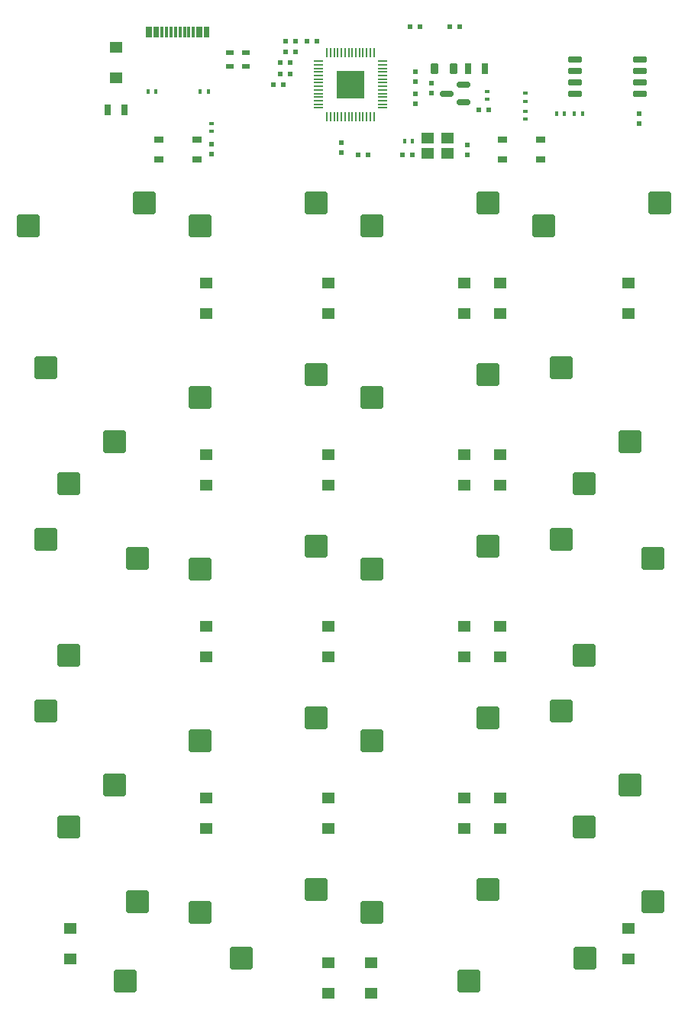
<source format=gbr>
%TF.GenerationSoftware,KiCad,Pcbnew,(6.0.7)*%
%TF.CreationDate,2022-10-13T01:40:36-05:00*%
%TF.ProjectId,Container65,436f6e74-6169-46e6-9572-36352e6b6963,rev?*%
%TF.SameCoordinates,Original*%
%TF.FileFunction,Paste,Bot*%
%TF.FilePolarity,Positive*%
%FSLAX46Y46*%
G04 Gerber Fmt 4.6, Leading zero omitted, Abs format (unit mm)*
G04 Created by KiCad (PCBNEW (6.0.7)) date 2022-10-13 01:40:36*
%MOMM*%
%LPD*%
G01*
G04 APERTURE LIST*
G04 Aperture macros list*
%AMRoundRect*
0 Rectangle with rounded corners*
0 $1 Rounding radius*
0 $2 $3 $4 $5 $6 $7 $8 $9 X,Y pos of 4 corners*
0 Add a 4 corners polygon primitive as box body*
4,1,4,$2,$3,$4,$5,$6,$7,$8,$9,$2,$3,0*
0 Add four circle primitives for the rounded corners*
1,1,$1+$1,$2,$3*
1,1,$1+$1,$4,$5*
1,1,$1+$1,$6,$7*
1,1,$1+$1,$8,$9*
0 Add four rect primitives between the rounded corners*
20,1,$1+$1,$2,$3,$4,$5,0*
20,1,$1+$1,$4,$5,$6,$7,0*
20,1,$1+$1,$6,$7,$8,$9,0*
20,1,$1+$1,$8,$9,$2,$3,0*%
G04 Aperture macros list end*
%ADD10RoundRect,0.250000X1.000000X-1.025000X1.000000X1.025000X-1.000000X1.025000X-1.000000X-1.025000X0*%
%ADD11RoundRect,0.250000X-1.025000X-1.000000X1.025000X-1.000000X1.025000X1.000000X-1.025000X1.000000X0*%
%ADD12RoundRect,0.250000X-1.000000X1.025000X-1.000000X-1.025000X1.000000X-1.025000X1.000000X1.025000X0*%
%ADD13RoundRect,0.250000X1.025000X1.000000X-1.025000X1.000000X-1.025000X-1.000000X1.025000X-1.000000X0*%
%ADD14RoundRect,0.218750X-0.218750X-0.381250X0.218750X-0.381250X0.218750X0.381250X-0.218750X0.381250X0*%
%ADD15R,1.400000X1.200000*%
%ADD16R,0.600000X0.500000*%
%ADD17R,0.700000X1.300000*%
%ADD18R,0.500000X0.600000*%
%ADD19R,0.400000X0.600000*%
%ADD20RoundRect,0.150000X0.587500X0.150000X-0.587500X0.150000X-0.587500X-0.150000X0.587500X-0.150000X0*%
%ADD21RoundRect,0.065000X-0.460000X-0.260000X0.460000X-0.260000X0.460000X0.260000X-0.460000X0.260000X0*%
%ADD22R,0.600000X0.400000*%
%ADD23R,1.100000X0.200000*%
%ADD24R,0.200000X1.100000*%
%ADD25R,3.100000X3.100000*%
%ADD26R,0.900000X0.500000*%
%ADD27RoundRect,0.150000X-0.650000X-0.150000X0.650000X-0.150000X0.650000X0.150000X-0.650000X0.150000X0*%
%ADD28R,0.300000X1.300000*%
G04 APERTURE END LIST*
D10*
%TO.C,MX5*%
X46672500Y-74553750D03*
X44132500Y-61626750D03*
%TD*%
D11*
%TO.C,MX15*%
X93154500Y-100488750D03*
X80227500Y-103028750D03*
%TD*%
D10*
%TO.C,MX9*%
X44132500Y-80676750D03*
X46672500Y-93603750D03*
%TD*%
D12*
%TO.C,MX-E-1*%
X51752500Y-69908750D03*
X54292500Y-82835750D03*
%TD*%
D11*
%TO.C,MX3*%
X93154500Y-43338750D03*
X80227500Y-45878750D03*
%TD*%
%TO.C,MX6*%
X61177500Y-64928750D03*
X74104500Y-62388750D03*
%TD*%
%TO.C,MX2*%
X61177500Y-45878750D03*
X74104500Y-43338750D03*
%TD*%
D13*
%TO.C,MX-E-4*%
X103922500Y-127158750D03*
X90995500Y-129698750D03*
%TD*%
D12*
%TO.C,MX-E-2*%
X111442500Y-82835750D03*
X108902500Y-69908750D03*
%TD*%
D11*
%TO.C,MX14*%
X74104500Y-100488750D03*
X61177500Y-103028750D03*
%TD*%
%TO.C,MX11*%
X80227500Y-83978750D03*
X93154500Y-81438750D03*
%TD*%
D13*
%TO.C,MX17*%
X65822500Y-127158750D03*
X52895500Y-129698750D03*
%TD*%
D10*
%TO.C,MX16*%
X103822500Y-112653750D03*
X101282500Y-99726750D03*
%TD*%
%TO.C,MX12*%
X101282500Y-80676750D03*
X103822500Y-93603750D03*
%TD*%
D11*
%TO.C,MX18*%
X74104500Y-119538750D03*
X61177500Y-122078750D03*
%TD*%
%TO.C,MX10*%
X74104500Y-81438750D03*
X61177500Y-83978750D03*
%TD*%
D12*
%TO.C,MX20*%
X111442500Y-120935750D03*
X108902500Y-108008750D03*
%TD*%
D10*
%TO.C,MX8*%
X103822500Y-74553750D03*
X101282500Y-61626750D03*
%TD*%
D11*
%TO.C,MX7*%
X93154500Y-62388750D03*
X80227500Y-64928750D03*
%TD*%
%TO.C,MX19*%
X80227500Y-122078750D03*
X93154500Y-119538750D03*
%TD*%
%TO.C,MX4*%
X112204500Y-43338750D03*
X99277500Y-45878750D03*
%TD*%
%TO.C,MX1*%
X55054500Y-43338750D03*
X42127500Y-45878750D03*
%TD*%
D12*
%TO.C,MX-E-3*%
X54292500Y-120935750D03*
X51752500Y-108008750D03*
%TD*%
D10*
%TO.C,MX13*%
X46672500Y-112653750D03*
X44132500Y-99726750D03*
%TD*%
D14*
%TO.C,FB1*%
X87225000Y-28425000D03*
X89350000Y-28425000D03*
%TD*%
D15*
%TO.C,D14*%
X75406250Y-112825000D03*
X75406250Y-109425000D03*
%TD*%
D16*
%TO.C,C10*%
X70437500Y-30225000D03*
X69337500Y-30225000D03*
%TD*%
D15*
%TO.C,D4*%
X108743750Y-55675000D03*
X108743750Y-52275000D03*
%TD*%
%TO.C,D8*%
X94456250Y-74725000D03*
X94456250Y-71325000D03*
%TD*%
D17*
%TO.C,D22*%
X90937500Y-28425000D03*
X92837500Y-28425000D03*
%TD*%
D16*
%TO.C,C15*%
X71237500Y-29025000D03*
X70137500Y-29025000D03*
%TD*%
D18*
%TO.C,C4*%
X86887500Y-31175000D03*
X86887500Y-30075000D03*
%TD*%
D15*
%TO.C,D23*%
X94456250Y-55675000D03*
X94456250Y-52275000D03*
%TD*%
D18*
%TO.C,C17*%
X76887500Y-36675000D03*
X76887500Y-37775000D03*
%TD*%
D15*
%TO.C,D10*%
X75406250Y-93775000D03*
X75406250Y-90375000D03*
%TD*%
%TO.C,D15*%
X90487500Y-112825000D03*
X90487500Y-109425000D03*
%TD*%
%TO.C,D12*%
X94456250Y-93775000D03*
X94456250Y-90375000D03*
%TD*%
%TO.C,D1*%
X61912500Y-55675000D03*
X61912500Y-52275000D03*
%TD*%
%TO.C,D3*%
X90487500Y-55675000D03*
X90487500Y-52275000D03*
%TD*%
D19*
%TO.C,R4*%
X103637500Y-33475000D03*
X102737500Y-33475000D03*
%TD*%
D20*
%TO.C,U3*%
X90425000Y-30275000D03*
X90425000Y-32175000D03*
X88550000Y-31225000D03*
%TD*%
D21*
%TO.C,U5*%
X94754776Y-38499871D03*
X98954776Y-38499871D03*
X94754776Y-36349871D03*
X98954776Y-36349871D03*
%TD*%
D22*
%TO.C,R9*%
X93087500Y-31875000D03*
X93087500Y-30975000D03*
%TD*%
%TO.C,R11*%
X97287500Y-33175000D03*
X97287500Y-34075000D03*
%TD*%
D23*
%TO.C,U1*%
X81437665Y-27624924D03*
X81437665Y-28024975D03*
X81437665Y-28425025D03*
X81437665Y-28825076D03*
X81437665Y-29224873D03*
X81437665Y-29624924D03*
X81437665Y-30024975D03*
X81437665Y-30425025D03*
X81437665Y-30825076D03*
X81437665Y-31224873D03*
X81437665Y-31624924D03*
X81437665Y-32024975D03*
X81437665Y-32425025D03*
X81437665Y-32825076D03*
D24*
X80487449Y-33775038D03*
X80087652Y-33775038D03*
X79687602Y-33775038D03*
X79287551Y-33775038D03*
X78887500Y-33775038D03*
X78487449Y-33775038D03*
X78087652Y-33775038D03*
X77687602Y-33775038D03*
X77287551Y-33775038D03*
X76887500Y-33775038D03*
X76487449Y-33775038D03*
X76087652Y-33775038D03*
X75687602Y-33775038D03*
X75287551Y-33775038D03*
D23*
X74337335Y-32825076D03*
X74337335Y-32425025D03*
X74337335Y-32024975D03*
X74337335Y-31624924D03*
X74337335Y-31224873D03*
X74337335Y-30825076D03*
X74337335Y-30425025D03*
X74337335Y-30024975D03*
X74337335Y-29624924D03*
X74337335Y-29224873D03*
X74337335Y-28825076D03*
X74337335Y-28425025D03*
X74337335Y-28024975D03*
X74337335Y-27624924D03*
D24*
X75287551Y-26674962D03*
X75687602Y-26674962D03*
X76087652Y-26674962D03*
X76487449Y-26674962D03*
X76887500Y-26674962D03*
X77287551Y-26674962D03*
X77687602Y-26674962D03*
X78087652Y-26674962D03*
X78487449Y-26674962D03*
X78887500Y-26674962D03*
X79287551Y-26674962D03*
X79687602Y-26674962D03*
X80087652Y-26674962D03*
X80487449Y-26674962D03*
D25*
X77887500Y-30224873D03*
%TD*%
D19*
%TO.C,R7*%
X56337500Y-31025000D03*
X55437500Y-31025000D03*
%TD*%
D15*
%TO.C,D21*%
X51887500Y-29500000D03*
X51887500Y-26100000D03*
%TD*%
%TO.C,D17*%
X46831250Y-127300000D03*
X46831250Y-123900000D03*
%TD*%
%TO.C,D18*%
X75406250Y-131081250D03*
X75406250Y-127681250D03*
%TD*%
%TO.C,D9*%
X61912500Y-93775000D03*
X61912500Y-90375000D03*
%TD*%
%TO.C,D20*%
X108743750Y-127300000D03*
X108743750Y-123900000D03*
%TD*%
D18*
%TO.C,C13*%
X85087500Y-29918750D03*
X85087500Y-28818750D03*
%TD*%
D15*
%TO.C,D5*%
X61912500Y-74725000D03*
X61912500Y-71325000D03*
%TD*%
D16*
%TO.C,C8*%
X71837500Y-25425000D03*
X70737500Y-25425000D03*
%TD*%
%TO.C,C2*%
X74137500Y-25425000D03*
X73037500Y-25425000D03*
%TD*%
D17*
%TO.C,F1*%
X50937500Y-33025000D03*
X52837500Y-33025000D03*
%TD*%
D19*
%TO.C,R3*%
X84787500Y-36500000D03*
X83887500Y-36500000D03*
%TD*%
%TO.C,R5*%
X101637500Y-33475000D03*
X100737500Y-33475000D03*
%TD*%
D16*
%TO.C,C7*%
X83687500Y-38000000D03*
X84787500Y-38000000D03*
%TD*%
D26*
%TO.C,R1*%
X64487500Y-26675000D03*
X64487500Y-28175000D03*
%TD*%
D22*
%TO.C,R10*%
X97287500Y-32075000D03*
X97287500Y-31175000D03*
%TD*%
D16*
%TO.C,C16*%
X84537500Y-23825000D03*
X85637500Y-23825000D03*
%TD*%
D15*
%TO.C,D6*%
X75406250Y-74725000D03*
X75406250Y-71325000D03*
%TD*%
D22*
%TO.C,R8*%
X62487500Y-35450000D03*
X62487500Y-34550000D03*
%TD*%
D15*
%TO.C,D11*%
X90487500Y-93775000D03*
X90487500Y-90375000D03*
%TD*%
%TO.C,D13*%
X61912500Y-112825000D03*
X61912500Y-109425000D03*
%TD*%
D18*
%TO.C,C6*%
X90837500Y-38050000D03*
X90837500Y-36950000D03*
%TD*%
D15*
%TO.C,D19*%
X80168750Y-131081250D03*
X80168750Y-127681250D03*
%TD*%
D18*
%TO.C,C12*%
X85087500Y-32375000D03*
X85087500Y-31275000D03*
%TD*%
D16*
%TO.C,C5*%
X93237500Y-33025000D03*
X92137500Y-33025000D03*
%TD*%
D15*
%TO.C,Y1*%
X88637500Y-37850000D03*
X86437500Y-37850000D03*
X86437500Y-36150000D03*
X88637500Y-36150000D03*
%TD*%
%TO.C,D2*%
X75406250Y-55675000D03*
X75406250Y-52275000D03*
%TD*%
D21*
%TO.C,U6*%
X56654776Y-38499871D03*
X60854776Y-38499871D03*
X56654776Y-36349871D03*
X60854776Y-36349871D03*
%TD*%
D26*
%TO.C,R2*%
X66287500Y-26675000D03*
X66287500Y-28175000D03*
%TD*%
D15*
%TO.C,D16*%
X94456250Y-112825000D03*
X94456250Y-109425000D03*
%TD*%
D16*
%TO.C,C11*%
X78737500Y-38000000D03*
X79837500Y-38000000D03*
%TD*%
D18*
%TO.C,C18*%
X62487500Y-36850000D03*
X62487500Y-37950000D03*
%TD*%
D15*
%TO.C,D7*%
X90487500Y-74725000D03*
X90487500Y-71325000D03*
%TD*%
D16*
%TO.C,C14*%
X90037500Y-23825000D03*
X88937500Y-23825000D03*
%TD*%
%TO.C,C9*%
X71237500Y-27825000D03*
X70137500Y-27825000D03*
%TD*%
D19*
%TO.C,R6*%
X61237500Y-31025000D03*
X62137500Y-31025000D03*
%TD*%
D27*
%TO.C,U4*%
X102762500Y-31273750D03*
X102762500Y-30003750D03*
X102762500Y-28733750D03*
X102762500Y-27463750D03*
X109962500Y-27463750D03*
X109962500Y-28733750D03*
X109962500Y-30003750D03*
X109962500Y-31273750D03*
%TD*%
D16*
%TO.C,C1*%
X71837500Y-26625000D03*
X70737500Y-26625000D03*
%TD*%
D28*
%TO.C,U2*%
X55386471Y-24421587D03*
X56186573Y-24421587D03*
X57486547Y-24421587D03*
X58486547Y-24421587D03*
X58986420Y-24421587D03*
X59986166Y-24421587D03*
X61286649Y-24421587D03*
X62086497Y-24421587D03*
X61786522Y-24421587D03*
X60986420Y-24421587D03*
X60486547Y-24421587D03*
X59486547Y-24421587D03*
X57986420Y-24421587D03*
X56986420Y-24421587D03*
X56486547Y-24421587D03*
X55686446Y-24421587D03*
%TD*%
D18*
%TO.C,C3*%
X109887500Y-33475000D03*
X109887500Y-34575000D03*
%TD*%
M02*

</source>
